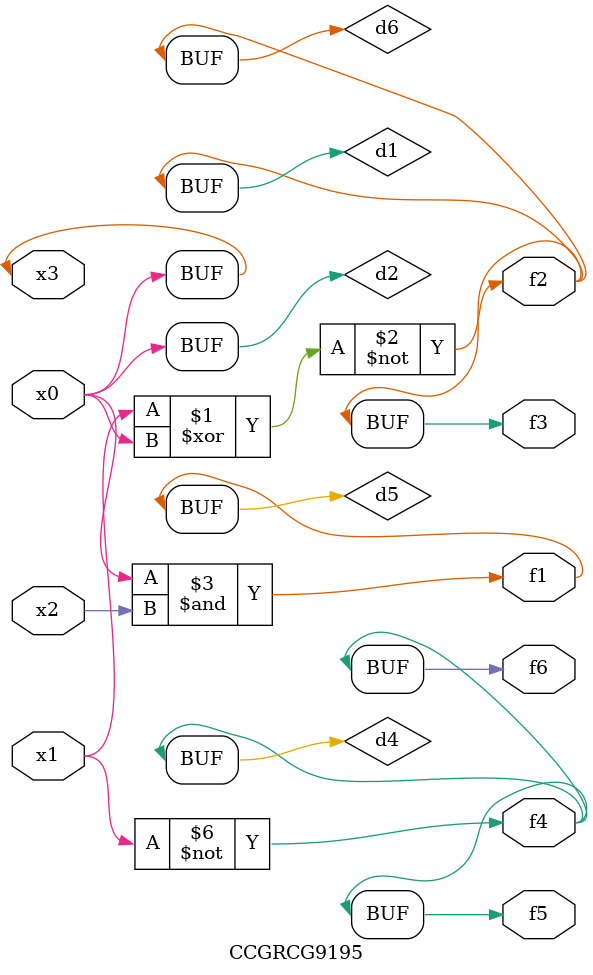
<source format=v>
module CCGRCG9195(
	input x0, x1, x2, x3,
	output f1, f2, f3, f4, f5, f6
);

	wire d1, d2, d3, d4, d5, d6;

	xnor (d1, x1, x3);
	buf (d2, x0, x3);
	nand (d3, x0, x2);
	not (d4, x1);
	nand (d5, d3);
	or (d6, d1);
	assign f1 = d5;
	assign f2 = d6;
	assign f3 = d6;
	assign f4 = d4;
	assign f5 = d4;
	assign f6 = d4;
endmodule

</source>
